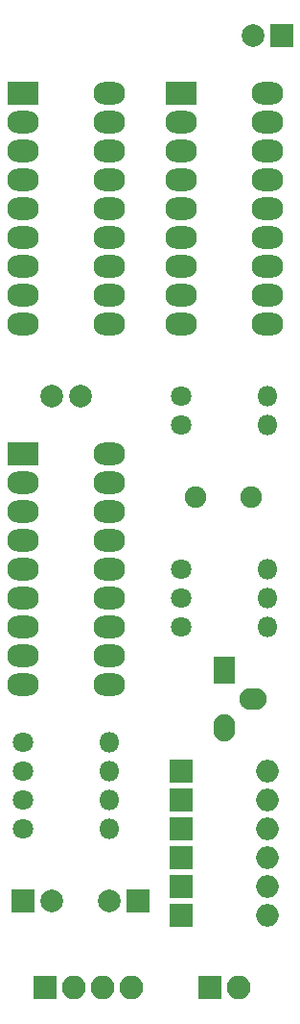
<source format=gbr>
G04 #@! TF.GenerationSoftware,KiCad,Pcbnew,(5.1.5)-3*
G04 #@! TF.CreationDate,2020-03-10T17:09:28+00:00*
G04 #@! TF.ProjectId,PC-SPRINT,50432d53-5052-4494-9e54-2e6b69636164,rev?*
G04 #@! TF.SameCoordinates,Original*
G04 #@! TF.FileFunction,Soldermask,Top*
G04 #@! TF.FilePolarity,Negative*
%FSLAX46Y46*%
G04 Gerber Fmt 4.6, Leading zero omitted, Abs format (unit mm)*
G04 Created by KiCad (PCBNEW (5.1.5)-3) date 2020-03-10 17:09:28*
%MOMM*%
%LPD*%
G04 APERTURE LIST*
%ADD10C,1.900000*%
%ADD11O,1.800000X1.800000*%
%ADD12C,1.800000*%
%ADD13O,2.800000X2.000000*%
%ADD14R,2.800000X2.000000*%
%ADD15C,2.000000*%
%ADD16O,2.100000X2.100000*%
%ADD17R,2.100000X2.100000*%
%ADD18R,2.000000X2.000000*%
%ADD19O,2.000000X2.000000*%
%ADD20O,1.900000X2.400000*%
%ADD21R,1.900000X2.400000*%
%ADD22O,2.400000X1.900000*%
G04 APERTURE END LIST*
D10*
X154760000Y-97790000D03*
X149860000Y-97790000D03*
D11*
X156210000Y-88900000D03*
D12*
X148590000Y-88900000D03*
D11*
X156210000Y-91440000D03*
D12*
X148590000Y-91440000D03*
D11*
X156210000Y-104140000D03*
D12*
X148590000Y-104140000D03*
D11*
X142240000Y-119380000D03*
D12*
X134620000Y-119380000D03*
D11*
X142240000Y-121920000D03*
D12*
X134620000Y-121920000D03*
D13*
X142240000Y-62230000D03*
X134620000Y-82550000D03*
X142240000Y-64770000D03*
X134620000Y-80010000D03*
X142240000Y-67310000D03*
X134620000Y-77470000D03*
X142240000Y-69850000D03*
X134620000Y-74930000D03*
X142240000Y-72390000D03*
X134620000Y-72390000D03*
X142240000Y-74930000D03*
X134620000Y-69850000D03*
X142240000Y-77470000D03*
X134620000Y-67310000D03*
X142240000Y-80010000D03*
X134620000Y-64770000D03*
X142240000Y-82550000D03*
D14*
X134620000Y-62230000D03*
D13*
X156210000Y-62230000D03*
X148590000Y-82550000D03*
X156210000Y-64770000D03*
X148590000Y-80010000D03*
X156210000Y-67310000D03*
X148590000Y-77470000D03*
X156210000Y-69850000D03*
X148590000Y-74930000D03*
X156210000Y-72390000D03*
X148590000Y-72390000D03*
X156210000Y-74930000D03*
X148590000Y-69850000D03*
X156210000Y-77470000D03*
X148590000Y-67310000D03*
X156210000Y-80010000D03*
X148590000Y-64770000D03*
X156210000Y-82550000D03*
D14*
X148590000Y-62230000D03*
D13*
X142240000Y-93980000D03*
X134620000Y-114300000D03*
X142240000Y-96520000D03*
X134620000Y-111760000D03*
X142240000Y-99060000D03*
X134620000Y-109220000D03*
X142240000Y-101600000D03*
X134620000Y-106680000D03*
X142240000Y-104140000D03*
X134620000Y-104140000D03*
X142240000Y-106680000D03*
X134620000Y-101600000D03*
X142240000Y-109220000D03*
X134620000Y-99060000D03*
X142240000Y-111760000D03*
X134620000Y-96520000D03*
X142240000Y-114300000D03*
D14*
X134620000Y-93980000D03*
D15*
X137200000Y-88900000D03*
X139700000Y-88900000D03*
D11*
X156210000Y-109220000D03*
D12*
X148590000Y-109220000D03*
D11*
X156210000Y-106680000D03*
D12*
X148590000Y-106680000D03*
D11*
X142240000Y-124460000D03*
D12*
X134620000Y-124460000D03*
D11*
X142240000Y-127000000D03*
D12*
X134620000Y-127000000D03*
D16*
X144145000Y-140970000D03*
X141605000Y-140970000D03*
X139065000Y-140970000D03*
D17*
X136525000Y-140970000D03*
D15*
X137120000Y-133350000D03*
D18*
X134620000Y-133350000D03*
D15*
X154980000Y-57150000D03*
D18*
X157480000Y-57150000D03*
D15*
X142280000Y-133350000D03*
D18*
X144780000Y-133350000D03*
D19*
X156210000Y-121920000D03*
D18*
X148590000Y-121920000D03*
D19*
X156210000Y-124460000D03*
D18*
X148590000Y-124460000D03*
D20*
X152400000Y-118110000D03*
D21*
X152400000Y-113030000D03*
D22*
X154940000Y-115570000D03*
D16*
X153670000Y-140970000D03*
D17*
X151130000Y-140970000D03*
D19*
X156210000Y-132080000D03*
D18*
X148590000Y-132080000D03*
D19*
X156210000Y-129540000D03*
D18*
X148590000Y-129540000D03*
D19*
X156210000Y-134620000D03*
D18*
X148590000Y-134620000D03*
D19*
X156210000Y-127000000D03*
D18*
X148590000Y-127000000D03*
M02*

</source>
